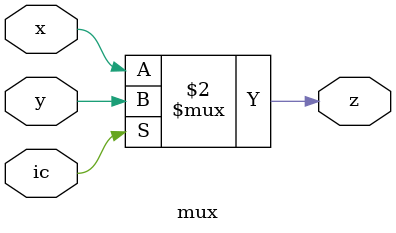
<source format=sv>
module mux (output logic z,input logic x,input logic y,input logic  ic);
  
  assign 
    z=(ic==0?x:y);
    
    endmodule

</source>
